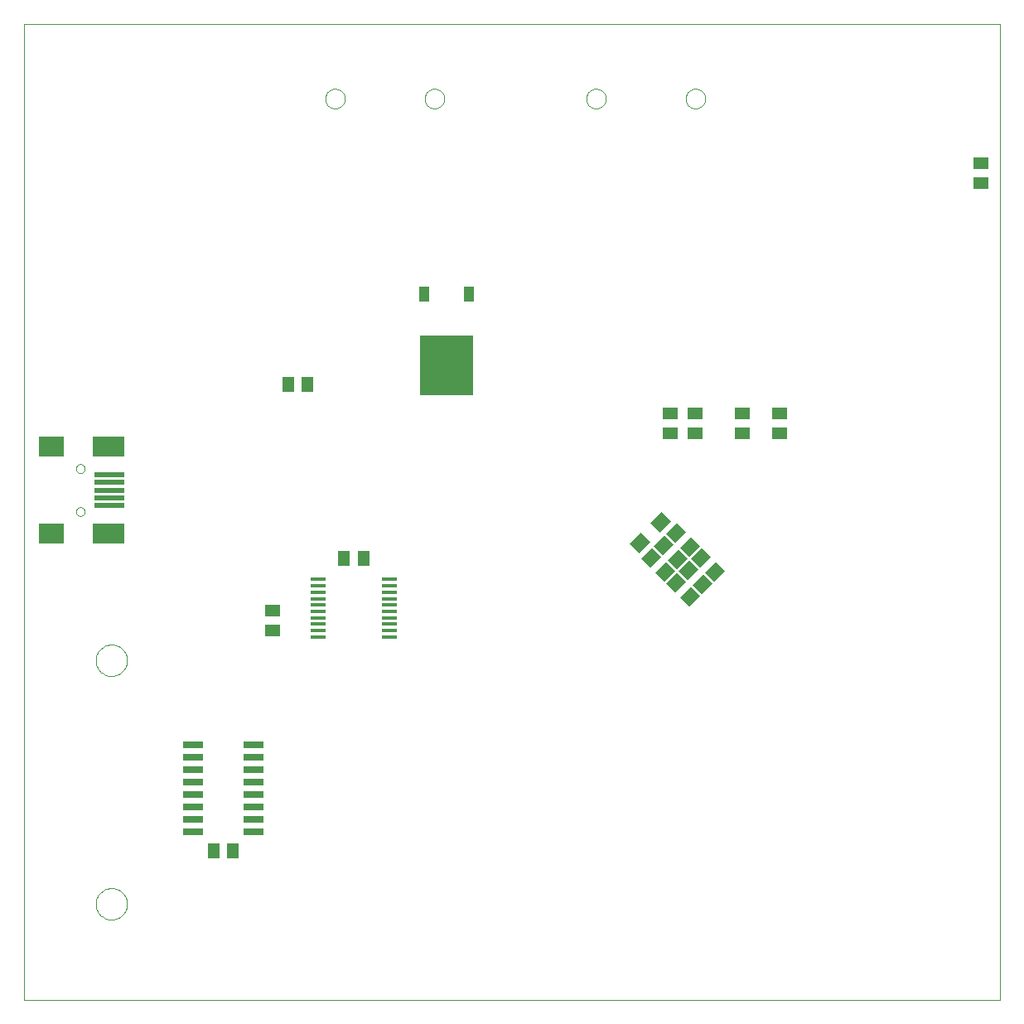
<source format=gbp>
G75*
G70*
%OFA0B0*%
%FSLAX24Y24*%
%IPPOS*%
%LPD*%
%AMOC8*
5,1,8,0,0,1.08239X$1,22.5*
%
%ADD10C,0.0000*%
%ADD11R,0.0800X0.0260*%
%ADD12R,0.2126X0.2441*%
%ADD13R,0.0394X0.0630*%
%ADD14R,0.0630X0.0551*%
%ADD15R,0.0512X0.0630*%
%ADD16R,0.0630X0.0512*%
%ADD17R,0.0984X0.0787*%
%ADD18R,0.1299X0.0787*%
%ADD19R,0.1220X0.0197*%
%ADD20R,0.0591X0.0157*%
D10*
X005081Y004038D02*
X005081Y043283D01*
X044323Y043283D01*
X044323Y004038D01*
X005081Y004038D01*
X007951Y007888D02*
X007953Y007938D01*
X007959Y007988D01*
X007969Y008037D01*
X007983Y008085D01*
X008000Y008132D01*
X008021Y008177D01*
X008046Y008221D01*
X008074Y008262D01*
X008106Y008301D01*
X008140Y008338D01*
X008177Y008372D01*
X008217Y008402D01*
X008259Y008429D01*
X008303Y008453D01*
X008349Y008474D01*
X008396Y008490D01*
X008444Y008503D01*
X008494Y008512D01*
X008543Y008517D01*
X008594Y008518D01*
X008644Y008515D01*
X008693Y008508D01*
X008742Y008497D01*
X008790Y008482D01*
X008836Y008464D01*
X008881Y008442D01*
X008924Y008416D01*
X008965Y008387D01*
X009004Y008355D01*
X009040Y008320D01*
X009072Y008282D01*
X009102Y008242D01*
X009129Y008199D01*
X009152Y008155D01*
X009171Y008109D01*
X009187Y008061D01*
X009199Y008012D01*
X009207Y007963D01*
X009211Y007913D01*
X009211Y007863D01*
X009207Y007813D01*
X009199Y007764D01*
X009187Y007715D01*
X009171Y007667D01*
X009152Y007621D01*
X009129Y007577D01*
X009102Y007534D01*
X009072Y007494D01*
X009040Y007456D01*
X009004Y007421D01*
X008965Y007389D01*
X008924Y007360D01*
X008881Y007334D01*
X008836Y007312D01*
X008790Y007294D01*
X008742Y007279D01*
X008693Y007268D01*
X008644Y007261D01*
X008594Y007258D01*
X008543Y007259D01*
X008494Y007264D01*
X008444Y007273D01*
X008396Y007286D01*
X008349Y007302D01*
X008303Y007323D01*
X008259Y007347D01*
X008217Y007374D01*
X008177Y007404D01*
X008140Y007438D01*
X008106Y007475D01*
X008074Y007514D01*
X008046Y007555D01*
X008021Y007599D01*
X008000Y007644D01*
X007983Y007691D01*
X007969Y007739D01*
X007959Y007788D01*
X007953Y007838D01*
X007951Y007888D01*
X007951Y017688D02*
X007953Y017738D01*
X007959Y017788D01*
X007969Y017837D01*
X007983Y017885D01*
X008000Y017932D01*
X008021Y017977D01*
X008046Y018021D01*
X008074Y018062D01*
X008106Y018101D01*
X008140Y018138D01*
X008177Y018172D01*
X008217Y018202D01*
X008259Y018229D01*
X008303Y018253D01*
X008349Y018274D01*
X008396Y018290D01*
X008444Y018303D01*
X008494Y018312D01*
X008543Y018317D01*
X008594Y018318D01*
X008644Y018315D01*
X008693Y018308D01*
X008742Y018297D01*
X008790Y018282D01*
X008836Y018264D01*
X008881Y018242D01*
X008924Y018216D01*
X008965Y018187D01*
X009004Y018155D01*
X009040Y018120D01*
X009072Y018082D01*
X009102Y018042D01*
X009129Y017999D01*
X009152Y017955D01*
X009171Y017909D01*
X009187Y017861D01*
X009199Y017812D01*
X009207Y017763D01*
X009211Y017713D01*
X009211Y017663D01*
X009207Y017613D01*
X009199Y017564D01*
X009187Y017515D01*
X009171Y017467D01*
X009152Y017421D01*
X009129Y017377D01*
X009102Y017334D01*
X009072Y017294D01*
X009040Y017256D01*
X009004Y017221D01*
X008965Y017189D01*
X008924Y017160D01*
X008881Y017134D01*
X008836Y017112D01*
X008790Y017094D01*
X008742Y017079D01*
X008693Y017068D01*
X008644Y017061D01*
X008594Y017058D01*
X008543Y017059D01*
X008494Y017064D01*
X008444Y017073D01*
X008396Y017086D01*
X008349Y017102D01*
X008303Y017123D01*
X008259Y017147D01*
X008217Y017174D01*
X008177Y017204D01*
X008140Y017238D01*
X008106Y017275D01*
X008074Y017314D01*
X008046Y017355D01*
X008021Y017399D01*
X008000Y017444D01*
X007983Y017491D01*
X007969Y017539D01*
X007959Y017588D01*
X007953Y017638D01*
X007951Y017688D01*
X007154Y023672D02*
X007156Y023698D01*
X007162Y023724D01*
X007172Y023749D01*
X007185Y023772D01*
X007201Y023792D01*
X007221Y023810D01*
X007243Y023825D01*
X007266Y023837D01*
X007292Y023845D01*
X007318Y023849D01*
X007344Y023849D01*
X007370Y023845D01*
X007396Y023837D01*
X007420Y023825D01*
X007441Y023810D01*
X007461Y023792D01*
X007477Y023772D01*
X007490Y023749D01*
X007500Y023724D01*
X007506Y023698D01*
X007508Y023672D01*
X007506Y023646D01*
X007500Y023620D01*
X007490Y023595D01*
X007477Y023572D01*
X007461Y023552D01*
X007441Y023534D01*
X007419Y023519D01*
X007396Y023507D01*
X007370Y023499D01*
X007344Y023495D01*
X007318Y023495D01*
X007292Y023499D01*
X007266Y023507D01*
X007242Y023519D01*
X007221Y023534D01*
X007201Y023552D01*
X007185Y023572D01*
X007172Y023595D01*
X007162Y023620D01*
X007156Y023646D01*
X007154Y023672D01*
X007154Y025404D02*
X007156Y025430D01*
X007162Y025456D01*
X007172Y025481D01*
X007185Y025504D01*
X007201Y025524D01*
X007221Y025542D01*
X007243Y025557D01*
X007266Y025569D01*
X007292Y025577D01*
X007318Y025581D01*
X007344Y025581D01*
X007370Y025577D01*
X007396Y025569D01*
X007420Y025557D01*
X007441Y025542D01*
X007461Y025524D01*
X007477Y025504D01*
X007490Y025481D01*
X007500Y025456D01*
X007506Y025430D01*
X007508Y025404D01*
X007506Y025378D01*
X007500Y025352D01*
X007490Y025327D01*
X007477Y025304D01*
X007461Y025284D01*
X007441Y025266D01*
X007419Y025251D01*
X007396Y025239D01*
X007370Y025231D01*
X007344Y025227D01*
X007318Y025227D01*
X007292Y025231D01*
X007266Y025239D01*
X007242Y025251D01*
X007221Y025266D01*
X007201Y025284D01*
X007185Y025304D01*
X007172Y025327D01*
X007162Y025352D01*
X007156Y025378D01*
X007154Y025404D01*
X017187Y040288D02*
X017189Y040327D01*
X017195Y040366D01*
X017205Y040404D01*
X017218Y040441D01*
X017235Y040476D01*
X017255Y040510D01*
X017279Y040541D01*
X017306Y040570D01*
X017335Y040596D01*
X017367Y040619D01*
X017401Y040639D01*
X017437Y040655D01*
X017474Y040667D01*
X017513Y040676D01*
X017552Y040681D01*
X017591Y040682D01*
X017630Y040679D01*
X017669Y040672D01*
X017706Y040661D01*
X017743Y040647D01*
X017778Y040629D01*
X017811Y040608D01*
X017842Y040583D01*
X017870Y040556D01*
X017895Y040526D01*
X017917Y040493D01*
X017936Y040459D01*
X017951Y040423D01*
X017963Y040385D01*
X017971Y040347D01*
X017975Y040308D01*
X017975Y040268D01*
X017971Y040229D01*
X017963Y040191D01*
X017951Y040153D01*
X017936Y040117D01*
X017917Y040083D01*
X017895Y040050D01*
X017870Y040020D01*
X017842Y039993D01*
X017811Y039968D01*
X017778Y039947D01*
X017743Y039929D01*
X017706Y039915D01*
X017669Y039904D01*
X017630Y039897D01*
X017591Y039894D01*
X017552Y039895D01*
X017513Y039900D01*
X017474Y039909D01*
X017437Y039921D01*
X017401Y039937D01*
X017367Y039957D01*
X017335Y039980D01*
X017306Y040006D01*
X017279Y040035D01*
X017255Y040066D01*
X017235Y040100D01*
X017218Y040135D01*
X017205Y040172D01*
X017195Y040210D01*
X017189Y040249D01*
X017187Y040288D01*
X021187Y040288D02*
X021189Y040327D01*
X021195Y040366D01*
X021205Y040404D01*
X021218Y040441D01*
X021235Y040476D01*
X021255Y040510D01*
X021279Y040541D01*
X021306Y040570D01*
X021335Y040596D01*
X021367Y040619D01*
X021401Y040639D01*
X021437Y040655D01*
X021474Y040667D01*
X021513Y040676D01*
X021552Y040681D01*
X021591Y040682D01*
X021630Y040679D01*
X021669Y040672D01*
X021706Y040661D01*
X021743Y040647D01*
X021778Y040629D01*
X021811Y040608D01*
X021842Y040583D01*
X021870Y040556D01*
X021895Y040526D01*
X021917Y040493D01*
X021936Y040459D01*
X021951Y040423D01*
X021963Y040385D01*
X021971Y040347D01*
X021975Y040308D01*
X021975Y040268D01*
X021971Y040229D01*
X021963Y040191D01*
X021951Y040153D01*
X021936Y040117D01*
X021917Y040083D01*
X021895Y040050D01*
X021870Y040020D01*
X021842Y039993D01*
X021811Y039968D01*
X021778Y039947D01*
X021743Y039929D01*
X021706Y039915D01*
X021669Y039904D01*
X021630Y039897D01*
X021591Y039894D01*
X021552Y039895D01*
X021513Y039900D01*
X021474Y039909D01*
X021437Y039921D01*
X021401Y039937D01*
X021367Y039957D01*
X021335Y039980D01*
X021306Y040006D01*
X021279Y040035D01*
X021255Y040066D01*
X021235Y040100D01*
X021218Y040135D01*
X021205Y040172D01*
X021195Y040210D01*
X021189Y040249D01*
X021187Y040288D01*
X027687Y040288D02*
X027689Y040327D01*
X027695Y040366D01*
X027705Y040404D01*
X027718Y040441D01*
X027735Y040476D01*
X027755Y040510D01*
X027779Y040541D01*
X027806Y040570D01*
X027835Y040596D01*
X027867Y040619D01*
X027901Y040639D01*
X027937Y040655D01*
X027974Y040667D01*
X028013Y040676D01*
X028052Y040681D01*
X028091Y040682D01*
X028130Y040679D01*
X028169Y040672D01*
X028206Y040661D01*
X028243Y040647D01*
X028278Y040629D01*
X028311Y040608D01*
X028342Y040583D01*
X028370Y040556D01*
X028395Y040526D01*
X028417Y040493D01*
X028436Y040459D01*
X028451Y040423D01*
X028463Y040385D01*
X028471Y040347D01*
X028475Y040308D01*
X028475Y040268D01*
X028471Y040229D01*
X028463Y040191D01*
X028451Y040153D01*
X028436Y040117D01*
X028417Y040083D01*
X028395Y040050D01*
X028370Y040020D01*
X028342Y039993D01*
X028311Y039968D01*
X028278Y039947D01*
X028243Y039929D01*
X028206Y039915D01*
X028169Y039904D01*
X028130Y039897D01*
X028091Y039894D01*
X028052Y039895D01*
X028013Y039900D01*
X027974Y039909D01*
X027937Y039921D01*
X027901Y039937D01*
X027867Y039957D01*
X027835Y039980D01*
X027806Y040006D01*
X027779Y040035D01*
X027755Y040066D01*
X027735Y040100D01*
X027718Y040135D01*
X027705Y040172D01*
X027695Y040210D01*
X027689Y040249D01*
X027687Y040288D01*
X031687Y040288D02*
X031689Y040327D01*
X031695Y040366D01*
X031705Y040404D01*
X031718Y040441D01*
X031735Y040476D01*
X031755Y040510D01*
X031779Y040541D01*
X031806Y040570D01*
X031835Y040596D01*
X031867Y040619D01*
X031901Y040639D01*
X031937Y040655D01*
X031974Y040667D01*
X032013Y040676D01*
X032052Y040681D01*
X032091Y040682D01*
X032130Y040679D01*
X032169Y040672D01*
X032206Y040661D01*
X032243Y040647D01*
X032278Y040629D01*
X032311Y040608D01*
X032342Y040583D01*
X032370Y040556D01*
X032395Y040526D01*
X032417Y040493D01*
X032436Y040459D01*
X032451Y040423D01*
X032463Y040385D01*
X032471Y040347D01*
X032475Y040308D01*
X032475Y040268D01*
X032471Y040229D01*
X032463Y040191D01*
X032451Y040153D01*
X032436Y040117D01*
X032417Y040083D01*
X032395Y040050D01*
X032370Y040020D01*
X032342Y039993D01*
X032311Y039968D01*
X032278Y039947D01*
X032243Y039929D01*
X032206Y039915D01*
X032169Y039904D01*
X032130Y039897D01*
X032091Y039894D01*
X032052Y039895D01*
X032013Y039900D01*
X031974Y039909D01*
X031937Y039921D01*
X031901Y039937D01*
X031867Y039957D01*
X031835Y039980D01*
X031806Y040006D01*
X031779Y040035D01*
X031755Y040066D01*
X031735Y040100D01*
X031718Y040135D01*
X031705Y040172D01*
X031695Y040210D01*
X031689Y040249D01*
X031687Y040288D01*
D11*
X014291Y014288D03*
X014291Y013788D03*
X014291Y013288D03*
X014291Y012788D03*
X014291Y012288D03*
X014291Y011788D03*
X014291Y011288D03*
X014291Y010788D03*
X011871Y010788D03*
X011871Y011288D03*
X011871Y011788D03*
X011871Y012288D03*
X011871Y012788D03*
X011871Y013288D03*
X011871Y013788D03*
X011871Y014288D03*
D12*
X022081Y029554D03*
D13*
X022979Y032428D03*
X021183Y032428D03*
D14*
G36*
X030260Y022443D02*
X029815Y021998D01*
X029426Y022387D01*
X029871Y022832D01*
X030260Y022443D01*
G37*
G36*
X030261Y023222D02*
X030706Y023667D01*
X031095Y023278D01*
X030650Y022833D01*
X030261Y023222D01*
G37*
D15*
G36*
X030762Y021913D02*
X030400Y022275D01*
X030844Y022719D01*
X031206Y022357D01*
X030762Y021913D01*
G37*
G36*
X030262Y021413D02*
X029900Y021775D01*
X030344Y022219D01*
X030706Y021857D01*
X030262Y021413D01*
G37*
G36*
X030818Y020857D02*
X030456Y021219D01*
X030900Y021663D01*
X031262Y021301D01*
X030818Y020857D01*
G37*
G36*
X031344Y021219D02*
X031706Y020857D01*
X031262Y020413D01*
X030900Y020775D01*
X031344Y021219D01*
G37*
G36*
X031844Y021719D02*
X032206Y021357D01*
X031762Y020913D01*
X031400Y021275D01*
X031844Y021719D01*
G37*
G36*
X032344Y022219D02*
X032706Y021857D01*
X032262Y021413D01*
X031900Y021775D01*
X032344Y022219D01*
G37*
G36*
X031818Y021857D02*
X031456Y022219D01*
X031900Y022663D01*
X032262Y022301D01*
X031818Y021857D01*
G37*
G36*
X031318Y021357D02*
X030956Y021719D01*
X031400Y022163D01*
X031762Y021801D01*
X031318Y021357D01*
G37*
G36*
X032400Y021163D02*
X032762Y020801D01*
X032318Y020357D01*
X031956Y020719D01*
X032400Y021163D01*
G37*
G36*
X032900Y021663D02*
X033262Y021301D01*
X032818Y020857D01*
X032456Y021219D01*
X032900Y021663D01*
G37*
G36*
X031900Y020663D02*
X032262Y020301D01*
X031818Y019857D01*
X031456Y020219D01*
X031900Y020663D01*
G37*
G36*
X031262Y022413D02*
X030900Y022775D01*
X031344Y023219D01*
X031706Y022857D01*
X031262Y022413D01*
G37*
X018725Y021788D03*
X017937Y021788D03*
X016475Y028788D03*
X015687Y028788D03*
X013475Y010038D03*
X012687Y010038D03*
D16*
X015081Y018894D03*
X015081Y019682D03*
X031081Y026832D03*
X031081Y027619D03*
X032081Y027619D03*
X032081Y026832D03*
X033956Y026832D03*
X033956Y027619D03*
X035456Y027619D03*
X035456Y026832D03*
X043581Y036894D03*
X043581Y037682D03*
D17*
X006150Y026290D03*
X006150Y022786D03*
D18*
X008473Y022786D03*
X008473Y026290D03*
D19*
X008512Y025168D03*
X008512Y024853D03*
X008512Y024538D03*
X008512Y024223D03*
X008512Y023908D03*
D20*
X016904Y020940D03*
X016904Y020684D03*
X016904Y020428D03*
X016904Y020172D03*
X016904Y019916D03*
X016904Y019660D03*
X016904Y019404D03*
X016904Y019148D03*
X016904Y018892D03*
X016904Y018636D03*
X019758Y018636D03*
X019758Y018892D03*
X019758Y019148D03*
X019758Y019404D03*
X019758Y019660D03*
X019758Y019916D03*
X019758Y020172D03*
X019758Y020428D03*
X019758Y020684D03*
X019758Y020940D03*
M02*

</source>
